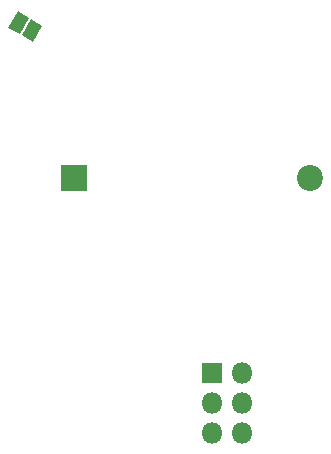
<source format=gbr>
%TF.GenerationSoftware,KiCad,Pcbnew,5.1.6-c6e7f7d~87~ubuntu19.10.1*%
%TF.CreationDate,2021-11-13T16:17:34-08:00*%
%TF.ProjectId,snowflake2021,736e6f77-666c-4616-9b65-323032312e6b,rev?*%
%TF.SameCoordinates,Original*%
%TF.FileFunction,Soldermask,Bot*%
%TF.FilePolarity,Negative*%
%FSLAX46Y46*%
G04 Gerber Fmt 4.6, Leading zero omitted, Abs format (unit mm)*
G04 Created by KiCad (PCBNEW 5.1.6-c6e7f7d~87~ubuntu19.10.1) date 2021-11-13 16:17:34*
%MOMM*%
%LPD*%
G01*
G04 APERTURE LIST*
%ADD10C,2.200000*%
%ADD11R,2.200000X2.200000*%
%ADD12C,0.100000*%
%ADD13O,1.800000X1.800000*%
%ADD14R,1.800000X1.800000*%
G04 APERTURE END LIST*
D10*
%TO.C,BT1*%
X152080000Y-69850000D03*
D11*
X132080000Y-69850000D03*
%TD*%
D12*
%TO.C,Reset*%
G36*
X129400314Y-56986180D02*
G01*
X128600314Y-58371820D01*
X127647686Y-57821820D01*
X128447686Y-56436180D01*
X129400314Y-56986180D01*
G37*
G36*
X128274480Y-56336180D02*
G01*
X127474480Y-57721820D01*
X126521852Y-57171820D01*
X127321852Y-55786180D01*
X128274480Y-56336180D01*
G37*
%TD*%
D13*
%TO.C,J1*%
X146304000Y-91440000D03*
X143764000Y-91440000D03*
X146304000Y-88900000D03*
X143764000Y-88900000D03*
X146304000Y-86360000D03*
D14*
X143764000Y-86360000D03*
%TD*%
M02*

</source>
